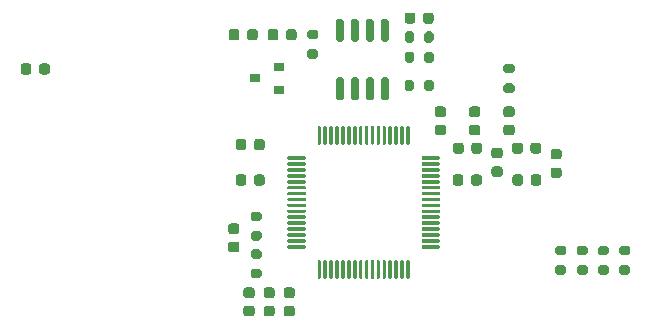
<source format=gbr>
%TF.GenerationSoftware,KiCad,Pcbnew,5.99.0+really5.1.10+dfsg1-1*%
%TF.CreationDate,2021-10-18T01:31:44-04:00*%
%TF.ProjectId,DebugDongle,44656275-6744-46f6-9e67-6c652e6b6963,rev?*%
%TF.SameCoordinates,Original*%
%TF.FileFunction,Paste,Top*%
%TF.FilePolarity,Positive*%
%FSLAX46Y46*%
G04 Gerber Fmt 4.6, Leading zero omitted, Abs format (unit mm)*
G04 Created by KiCad (PCBNEW 5.99.0+really5.1.10+dfsg1-1) date 2021-10-18 01:31:44*
%MOMM*%
%LPD*%
G01*
G04 APERTURE LIST*
%ADD10R,0.900000X0.800000*%
G04 APERTURE END LIST*
%TO.C,U3*%
G36*
G01*
X156245000Y-69400000D02*
X155945000Y-69400000D01*
G75*
G02*
X155795000Y-69250000I0J150000D01*
G01*
X155795000Y-67600000D01*
G75*
G02*
X155945000Y-67450000I150000J0D01*
G01*
X156245000Y-67450000D01*
G75*
G02*
X156395000Y-67600000I0J-150000D01*
G01*
X156395000Y-69250000D01*
G75*
G02*
X156245000Y-69400000I-150000J0D01*
G01*
G37*
G36*
G01*
X157515000Y-69400000D02*
X157215000Y-69400000D01*
G75*
G02*
X157065000Y-69250000I0J150000D01*
G01*
X157065000Y-67600000D01*
G75*
G02*
X157215000Y-67450000I150000J0D01*
G01*
X157515000Y-67450000D01*
G75*
G02*
X157665000Y-67600000I0J-150000D01*
G01*
X157665000Y-69250000D01*
G75*
G02*
X157515000Y-69400000I-150000J0D01*
G01*
G37*
G36*
G01*
X158785000Y-69400000D02*
X158485000Y-69400000D01*
G75*
G02*
X158335000Y-69250000I0J150000D01*
G01*
X158335000Y-67600000D01*
G75*
G02*
X158485000Y-67450000I150000J0D01*
G01*
X158785000Y-67450000D01*
G75*
G02*
X158935000Y-67600000I0J-150000D01*
G01*
X158935000Y-69250000D01*
G75*
G02*
X158785000Y-69400000I-150000J0D01*
G01*
G37*
G36*
G01*
X160055000Y-69400000D02*
X159755000Y-69400000D01*
G75*
G02*
X159605000Y-69250000I0J150000D01*
G01*
X159605000Y-67600000D01*
G75*
G02*
X159755000Y-67450000I150000J0D01*
G01*
X160055000Y-67450000D01*
G75*
G02*
X160205000Y-67600000I0J-150000D01*
G01*
X160205000Y-69250000D01*
G75*
G02*
X160055000Y-69400000I-150000J0D01*
G01*
G37*
G36*
G01*
X160055000Y-74350000D02*
X159755000Y-74350000D01*
G75*
G02*
X159605000Y-74200000I0J150000D01*
G01*
X159605000Y-72550000D01*
G75*
G02*
X159755000Y-72400000I150000J0D01*
G01*
X160055000Y-72400000D01*
G75*
G02*
X160205000Y-72550000I0J-150000D01*
G01*
X160205000Y-74200000D01*
G75*
G02*
X160055000Y-74350000I-150000J0D01*
G01*
G37*
G36*
G01*
X158785000Y-74350000D02*
X158485000Y-74350000D01*
G75*
G02*
X158335000Y-74200000I0J150000D01*
G01*
X158335000Y-72550000D01*
G75*
G02*
X158485000Y-72400000I150000J0D01*
G01*
X158785000Y-72400000D01*
G75*
G02*
X158935000Y-72550000I0J-150000D01*
G01*
X158935000Y-74200000D01*
G75*
G02*
X158785000Y-74350000I-150000J0D01*
G01*
G37*
G36*
G01*
X157515000Y-74350000D02*
X157215000Y-74350000D01*
G75*
G02*
X157065000Y-74200000I0J150000D01*
G01*
X157065000Y-72550000D01*
G75*
G02*
X157215000Y-72400000I150000J0D01*
G01*
X157515000Y-72400000D01*
G75*
G02*
X157665000Y-72550000I0J-150000D01*
G01*
X157665000Y-74200000D01*
G75*
G02*
X157515000Y-74350000I-150000J0D01*
G01*
G37*
G36*
G01*
X156245000Y-74350000D02*
X155945000Y-74350000D01*
G75*
G02*
X155795000Y-74200000I0J150000D01*
G01*
X155795000Y-72550000D01*
G75*
G02*
X155945000Y-72400000I150000J0D01*
G01*
X156245000Y-72400000D01*
G75*
G02*
X156395000Y-72550000I0J-150000D01*
G01*
X156395000Y-74200000D01*
G75*
G02*
X156245000Y-74350000I-150000J0D01*
G01*
G37*
%TD*%
D10*
%TO.C,U2*%
X148900000Y-72500000D03*
X150900000Y-71550000D03*
X150900000Y-73450000D03*
%TD*%
%TO.C,U1*%
G36*
G01*
X154200000Y-78025000D02*
X154200000Y-76625000D01*
G75*
G02*
X154275000Y-76550000I75000J0D01*
G01*
X154425000Y-76550000D01*
G75*
G02*
X154500000Y-76625000I0J-75000D01*
G01*
X154500000Y-78025000D01*
G75*
G02*
X154425000Y-78100000I-75000J0D01*
G01*
X154275000Y-78100000D01*
G75*
G02*
X154200000Y-78025000I0J75000D01*
G01*
G37*
G36*
G01*
X154700000Y-78025000D02*
X154700000Y-76625000D01*
G75*
G02*
X154775000Y-76550000I75000J0D01*
G01*
X154925000Y-76550000D01*
G75*
G02*
X155000000Y-76625000I0J-75000D01*
G01*
X155000000Y-78025000D01*
G75*
G02*
X154925000Y-78100000I-75000J0D01*
G01*
X154775000Y-78100000D01*
G75*
G02*
X154700000Y-78025000I0J75000D01*
G01*
G37*
G36*
G01*
X155200000Y-78025000D02*
X155200000Y-76625000D01*
G75*
G02*
X155275000Y-76550000I75000J0D01*
G01*
X155425000Y-76550000D01*
G75*
G02*
X155500000Y-76625000I0J-75000D01*
G01*
X155500000Y-78025000D01*
G75*
G02*
X155425000Y-78100000I-75000J0D01*
G01*
X155275000Y-78100000D01*
G75*
G02*
X155200000Y-78025000I0J75000D01*
G01*
G37*
G36*
G01*
X155700000Y-78025000D02*
X155700000Y-76625000D01*
G75*
G02*
X155775000Y-76550000I75000J0D01*
G01*
X155925000Y-76550000D01*
G75*
G02*
X156000000Y-76625000I0J-75000D01*
G01*
X156000000Y-78025000D01*
G75*
G02*
X155925000Y-78100000I-75000J0D01*
G01*
X155775000Y-78100000D01*
G75*
G02*
X155700000Y-78025000I0J75000D01*
G01*
G37*
G36*
G01*
X156200000Y-78025000D02*
X156200000Y-76625000D01*
G75*
G02*
X156275000Y-76550000I75000J0D01*
G01*
X156425000Y-76550000D01*
G75*
G02*
X156500000Y-76625000I0J-75000D01*
G01*
X156500000Y-78025000D01*
G75*
G02*
X156425000Y-78100000I-75000J0D01*
G01*
X156275000Y-78100000D01*
G75*
G02*
X156200000Y-78025000I0J75000D01*
G01*
G37*
G36*
G01*
X156700000Y-78025000D02*
X156700000Y-76625000D01*
G75*
G02*
X156775000Y-76550000I75000J0D01*
G01*
X156925000Y-76550000D01*
G75*
G02*
X157000000Y-76625000I0J-75000D01*
G01*
X157000000Y-78025000D01*
G75*
G02*
X156925000Y-78100000I-75000J0D01*
G01*
X156775000Y-78100000D01*
G75*
G02*
X156700000Y-78025000I0J75000D01*
G01*
G37*
G36*
G01*
X157200000Y-78025000D02*
X157200000Y-76625000D01*
G75*
G02*
X157275000Y-76550000I75000J0D01*
G01*
X157425000Y-76550000D01*
G75*
G02*
X157500000Y-76625000I0J-75000D01*
G01*
X157500000Y-78025000D01*
G75*
G02*
X157425000Y-78100000I-75000J0D01*
G01*
X157275000Y-78100000D01*
G75*
G02*
X157200000Y-78025000I0J75000D01*
G01*
G37*
G36*
G01*
X157700000Y-78025000D02*
X157700000Y-76625000D01*
G75*
G02*
X157775000Y-76550000I75000J0D01*
G01*
X157925000Y-76550000D01*
G75*
G02*
X158000000Y-76625000I0J-75000D01*
G01*
X158000000Y-78025000D01*
G75*
G02*
X157925000Y-78100000I-75000J0D01*
G01*
X157775000Y-78100000D01*
G75*
G02*
X157700000Y-78025000I0J75000D01*
G01*
G37*
G36*
G01*
X158200000Y-78025000D02*
X158200000Y-76625000D01*
G75*
G02*
X158275000Y-76550000I75000J0D01*
G01*
X158425000Y-76550000D01*
G75*
G02*
X158500000Y-76625000I0J-75000D01*
G01*
X158500000Y-78025000D01*
G75*
G02*
X158425000Y-78100000I-75000J0D01*
G01*
X158275000Y-78100000D01*
G75*
G02*
X158200000Y-78025000I0J75000D01*
G01*
G37*
G36*
G01*
X158700000Y-78025000D02*
X158700000Y-76625000D01*
G75*
G02*
X158775000Y-76550000I75000J0D01*
G01*
X158925000Y-76550000D01*
G75*
G02*
X159000000Y-76625000I0J-75000D01*
G01*
X159000000Y-78025000D01*
G75*
G02*
X158925000Y-78100000I-75000J0D01*
G01*
X158775000Y-78100000D01*
G75*
G02*
X158700000Y-78025000I0J75000D01*
G01*
G37*
G36*
G01*
X159200000Y-78025000D02*
X159200000Y-76625000D01*
G75*
G02*
X159275000Y-76550000I75000J0D01*
G01*
X159425000Y-76550000D01*
G75*
G02*
X159500000Y-76625000I0J-75000D01*
G01*
X159500000Y-78025000D01*
G75*
G02*
X159425000Y-78100000I-75000J0D01*
G01*
X159275000Y-78100000D01*
G75*
G02*
X159200000Y-78025000I0J75000D01*
G01*
G37*
G36*
G01*
X159700000Y-78025000D02*
X159700000Y-76625000D01*
G75*
G02*
X159775000Y-76550000I75000J0D01*
G01*
X159925000Y-76550000D01*
G75*
G02*
X160000000Y-76625000I0J-75000D01*
G01*
X160000000Y-78025000D01*
G75*
G02*
X159925000Y-78100000I-75000J0D01*
G01*
X159775000Y-78100000D01*
G75*
G02*
X159700000Y-78025000I0J75000D01*
G01*
G37*
G36*
G01*
X160200000Y-78025000D02*
X160200000Y-76625000D01*
G75*
G02*
X160275000Y-76550000I75000J0D01*
G01*
X160425000Y-76550000D01*
G75*
G02*
X160500000Y-76625000I0J-75000D01*
G01*
X160500000Y-78025000D01*
G75*
G02*
X160425000Y-78100000I-75000J0D01*
G01*
X160275000Y-78100000D01*
G75*
G02*
X160200000Y-78025000I0J75000D01*
G01*
G37*
G36*
G01*
X160700000Y-78025000D02*
X160700000Y-76625000D01*
G75*
G02*
X160775000Y-76550000I75000J0D01*
G01*
X160925000Y-76550000D01*
G75*
G02*
X161000000Y-76625000I0J-75000D01*
G01*
X161000000Y-78025000D01*
G75*
G02*
X160925000Y-78100000I-75000J0D01*
G01*
X160775000Y-78100000D01*
G75*
G02*
X160700000Y-78025000I0J75000D01*
G01*
G37*
G36*
G01*
X161200000Y-78025000D02*
X161200000Y-76625000D01*
G75*
G02*
X161275000Y-76550000I75000J0D01*
G01*
X161425000Y-76550000D01*
G75*
G02*
X161500000Y-76625000I0J-75000D01*
G01*
X161500000Y-78025000D01*
G75*
G02*
X161425000Y-78100000I-75000J0D01*
G01*
X161275000Y-78100000D01*
G75*
G02*
X161200000Y-78025000I0J75000D01*
G01*
G37*
G36*
G01*
X161700000Y-78025000D02*
X161700000Y-76625000D01*
G75*
G02*
X161775000Y-76550000I75000J0D01*
G01*
X161925000Y-76550000D01*
G75*
G02*
X162000000Y-76625000I0J-75000D01*
G01*
X162000000Y-78025000D01*
G75*
G02*
X161925000Y-78100000I-75000J0D01*
G01*
X161775000Y-78100000D01*
G75*
G02*
X161700000Y-78025000I0J75000D01*
G01*
G37*
G36*
G01*
X163000000Y-79325000D02*
X163000000Y-79175000D01*
G75*
G02*
X163075000Y-79100000I75000J0D01*
G01*
X164475000Y-79100000D01*
G75*
G02*
X164550000Y-79175000I0J-75000D01*
G01*
X164550000Y-79325000D01*
G75*
G02*
X164475000Y-79400000I-75000J0D01*
G01*
X163075000Y-79400000D01*
G75*
G02*
X163000000Y-79325000I0J75000D01*
G01*
G37*
G36*
G01*
X163000000Y-79825000D02*
X163000000Y-79675000D01*
G75*
G02*
X163075000Y-79600000I75000J0D01*
G01*
X164475000Y-79600000D01*
G75*
G02*
X164550000Y-79675000I0J-75000D01*
G01*
X164550000Y-79825000D01*
G75*
G02*
X164475000Y-79900000I-75000J0D01*
G01*
X163075000Y-79900000D01*
G75*
G02*
X163000000Y-79825000I0J75000D01*
G01*
G37*
G36*
G01*
X163000000Y-80325000D02*
X163000000Y-80175000D01*
G75*
G02*
X163075000Y-80100000I75000J0D01*
G01*
X164475000Y-80100000D01*
G75*
G02*
X164550000Y-80175000I0J-75000D01*
G01*
X164550000Y-80325000D01*
G75*
G02*
X164475000Y-80400000I-75000J0D01*
G01*
X163075000Y-80400000D01*
G75*
G02*
X163000000Y-80325000I0J75000D01*
G01*
G37*
G36*
G01*
X163000000Y-80825000D02*
X163000000Y-80675000D01*
G75*
G02*
X163075000Y-80600000I75000J0D01*
G01*
X164475000Y-80600000D01*
G75*
G02*
X164550000Y-80675000I0J-75000D01*
G01*
X164550000Y-80825000D01*
G75*
G02*
X164475000Y-80900000I-75000J0D01*
G01*
X163075000Y-80900000D01*
G75*
G02*
X163000000Y-80825000I0J75000D01*
G01*
G37*
G36*
G01*
X163000000Y-81325000D02*
X163000000Y-81175000D01*
G75*
G02*
X163075000Y-81100000I75000J0D01*
G01*
X164475000Y-81100000D01*
G75*
G02*
X164550000Y-81175000I0J-75000D01*
G01*
X164550000Y-81325000D01*
G75*
G02*
X164475000Y-81400000I-75000J0D01*
G01*
X163075000Y-81400000D01*
G75*
G02*
X163000000Y-81325000I0J75000D01*
G01*
G37*
G36*
G01*
X163000000Y-81825000D02*
X163000000Y-81675000D01*
G75*
G02*
X163075000Y-81600000I75000J0D01*
G01*
X164475000Y-81600000D01*
G75*
G02*
X164550000Y-81675000I0J-75000D01*
G01*
X164550000Y-81825000D01*
G75*
G02*
X164475000Y-81900000I-75000J0D01*
G01*
X163075000Y-81900000D01*
G75*
G02*
X163000000Y-81825000I0J75000D01*
G01*
G37*
G36*
G01*
X163000000Y-82325000D02*
X163000000Y-82175000D01*
G75*
G02*
X163075000Y-82100000I75000J0D01*
G01*
X164475000Y-82100000D01*
G75*
G02*
X164550000Y-82175000I0J-75000D01*
G01*
X164550000Y-82325000D01*
G75*
G02*
X164475000Y-82400000I-75000J0D01*
G01*
X163075000Y-82400000D01*
G75*
G02*
X163000000Y-82325000I0J75000D01*
G01*
G37*
G36*
G01*
X163000000Y-82825000D02*
X163000000Y-82675000D01*
G75*
G02*
X163075000Y-82600000I75000J0D01*
G01*
X164475000Y-82600000D01*
G75*
G02*
X164550000Y-82675000I0J-75000D01*
G01*
X164550000Y-82825000D01*
G75*
G02*
X164475000Y-82900000I-75000J0D01*
G01*
X163075000Y-82900000D01*
G75*
G02*
X163000000Y-82825000I0J75000D01*
G01*
G37*
G36*
G01*
X163000000Y-83325000D02*
X163000000Y-83175000D01*
G75*
G02*
X163075000Y-83100000I75000J0D01*
G01*
X164475000Y-83100000D01*
G75*
G02*
X164550000Y-83175000I0J-75000D01*
G01*
X164550000Y-83325000D01*
G75*
G02*
X164475000Y-83400000I-75000J0D01*
G01*
X163075000Y-83400000D01*
G75*
G02*
X163000000Y-83325000I0J75000D01*
G01*
G37*
G36*
G01*
X163000000Y-83825000D02*
X163000000Y-83675000D01*
G75*
G02*
X163075000Y-83600000I75000J0D01*
G01*
X164475000Y-83600000D01*
G75*
G02*
X164550000Y-83675000I0J-75000D01*
G01*
X164550000Y-83825000D01*
G75*
G02*
X164475000Y-83900000I-75000J0D01*
G01*
X163075000Y-83900000D01*
G75*
G02*
X163000000Y-83825000I0J75000D01*
G01*
G37*
G36*
G01*
X163000000Y-84325000D02*
X163000000Y-84175000D01*
G75*
G02*
X163075000Y-84100000I75000J0D01*
G01*
X164475000Y-84100000D01*
G75*
G02*
X164550000Y-84175000I0J-75000D01*
G01*
X164550000Y-84325000D01*
G75*
G02*
X164475000Y-84400000I-75000J0D01*
G01*
X163075000Y-84400000D01*
G75*
G02*
X163000000Y-84325000I0J75000D01*
G01*
G37*
G36*
G01*
X163000000Y-84825000D02*
X163000000Y-84675000D01*
G75*
G02*
X163075000Y-84600000I75000J0D01*
G01*
X164475000Y-84600000D01*
G75*
G02*
X164550000Y-84675000I0J-75000D01*
G01*
X164550000Y-84825000D01*
G75*
G02*
X164475000Y-84900000I-75000J0D01*
G01*
X163075000Y-84900000D01*
G75*
G02*
X163000000Y-84825000I0J75000D01*
G01*
G37*
G36*
G01*
X163000000Y-85325000D02*
X163000000Y-85175000D01*
G75*
G02*
X163075000Y-85100000I75000J0D01*
G01*
X164475000Y-85100000D01*
G75*
G02*
X164550000Y-85175000I0J-75000D01*
G01*
X164550000Y-85325000D01*
G75*
G02*
X164475000Y-85400000I-75000J0D01*
G01*
X163075000Y-85400000D01*
G75*
G02*
X163000000Y-85325000I0J75000D01*
G01*
G37*
G36*
G01*
X163000000Y-85825000D02*
X163000000Y-85675000D01*
G75*
G02*
X163075000Y-85600000I75000J0D01*
G01*
X164475000Y-85600000D01*
G75*
G02*
X164550000Y-85675000I0J-75000D01*
G01*
X164550000Y-85825000D01*
G75*
G02*
X164475000Y-85900000I-75000J0D01*
G01*
X163075000Y-85900000D01*
G75*
G02*
X163000000Y-85825000I0J75000D01*
G01*
G37*
G36*
G01*
X163000000Y-86325000D02*
X163000000Y-86175000D01*
G75*
G02*
X163075000Y-86100000I75000J0D01*
G01*
X164475000Y-86100000D01*
G75*
G02*
X164550000Y-86175000I0J-75000D01*
G01*
X164550000Y-86325000D01*
G75*
G02*
X164475000Y-86400000I-75000J0D01*
G01*
X163075000Y-86400000D01*
G75*
G02*
X163000000Y-86325000I0J75000D01*
G01*
G37*
G36*
G01*
X163000000Y-86825000D02*
X163000000Y-86675000D01*
G75*
G02*
X163075000Y-86600000I75000J0D01*
G01*
X164475000Y-86600000D01*
G75*
G02*
X164550000Y-86675000I0J-75000D01*
G01*
X164550000Y-86825000D01*
G75*
G02*
X164475000Y-86900000I-75000J0D01*
G01*
X163075000Y-86900000D01*
G75*
G02*
X163000000Y-86825000I0J75000D01*
G01*
G37*
G36*
G01*
X161700000Y-89375000D02*
X161700000Y-87975000D01*
G75*
G02*
X161775000Y-87900000I75000J0D01*
G01*
X161925000Y-87900000D01*
G75*
G02*
X162000000Y-87975000I0J-75000D01*
G01*
X162000000Y-89375000D01*
G75*
G02*
X161925000Y-89450000I-75000J0D01*
G01*
X161775000Y-89450000D01*
G75*
G02*
X161700000Y-89375000I0J75000D01*
G01*
G37*
G36*
G01*
X161200000Y-89375000D02*
X161200000Y-87975000D01*
G75*
G02*
X161275000Y-87900000I75000J0D01*
G01*
X161425000Y-87900000D01*
G75*
G02*
X161500000Y-87975000I0J-75000D01*
G01*
X161500000Y-89375000D01*
G75*
G02*
X161425000Y-89450000I-75000J0D01*
G01*
X161275000Y-89450000D01*
G75*
G02*
X161200000Y-89375000I0J75000D01*
G01*
G37*
G36*
G01*
X160700000Y-89375000D02*
X160700000Y-87975000D01*
G75*
G02*
X160775000Y-87900000I75000J0D01*
G01*
X160925000Y-87900000D01*
G75*
G02*
X161000000Y-87975000I0J-75000D01*
G01*
X161000000Y-89375000D01*
G75*
G02*
X160925000Y-89450000I-75000J0D01*
G01*
X160775000Y-89450000D01*
G75*
G02*
X160700000Y-89375000I0J75000D01*
G01*
G37*
G36*
G01*
X160200000Y-89375000D02*
X160200000Y-87975000D01*
G75*
G02*
X160275000Y-87900000I75000J0D01*
G01*
X160425000Y-87900000D01*
G75*
G02*
X160500000Y-87975000I0J-75000D01*
G01*
X160500000Y-89375000D01*
G75*
G02*
X160425000Y-89450000I-75000J0D01*
G01*
X160275000Y-89450000D01*
G75*
G02*
X160200000Y-89375000I0J75000D01*
G01*
G37*
G36*
G01*
X159700000Y-89375000D02*
X159700000Y-87975000D01*
G75*
G02*
X159775000Y-87900000I75000J0D01*
G01*
X159925000Y-87900000D01*
G75*
G02*
X160000000Y-87975000I0J-75000D01*
G01*
X160000000Y-89375000D01*
G75*
G02*
X159925000Y-89450000I-75000J0D01*
G01*
X159775000Y-89450000D01*
G75*
G02*
X159700000Y-89375000I0J75000D01*
G01*
G37*
G36*
G01*
X159200000Y-89375000D02*
X159200000Y-87975000D01*
G75*
G02*
X159275000Y-87900000I75000J0D01*
G01*
X159425000Y-87900000D01*
G75*
G02*
X159500000Y-87975000I0J-75000D01*
G01*
X159500000Y-89375000D01*
G75*
G02*
X159425000Y-89450000I-75000J0D01*
G01*
X159275000Y-89450000D01*
G75*
G02*
X159200000Y-89375000I0J75000D01*
G01*
G37*
G36*
G01*
X158700000Y-89375000D02*
X158700000Y-87975000D01*
G75*
G02*
X158775000Y-87900000I75000J0D01*
G01*
X158925000Y-87900000D01*
G75*
G02*
X159000000Y-87975000I0J-75000D01*
G01*
X159000000Y-89375000D01*
G75*
G02*
X158925000Y-89450000I-75000J0D01*
G01*
X158775000Y-89450000D01*
G75*
G02*
X158700000Y-89375000I0J75000D01*
G01*
G37*
G36*
G01*
X158200000Y-89375000D02*
X158200000Y-87975000D01*
G75*
G02*
X158275000Y-87900000I75000J0D01*
G01*
X158425000Y-87900000D01*
G75*
G02*
X158500000Y-87975000I0J-75000D01*
G01*
X158500000Y-89375000D01*
G75*
G02*
X158425000Y-89450000I-75000J0D01*
G01*
X158275000Y-89450000D01*
G75*
G02*
X158200000Y-89375000I0J75000D01*
G01*
G37*
G36*
G01*
X157700000Y-89375000D02*
X157700000Y-87975000D01*
G75*
G02*
X157775000Y-87900000I75000J0D01*
G01*
X157925000Y-87900000D01*
G75*
G02*
X158000000Y-87975000I0J-75000D01*
G01*
X158000000Y-89375000D01*
G75*
G02*
X157925000Y-89450000I-75000J0D01*
G01*
X157775000Y-89450000D01*
G75*
G02*
X157700000Y-89375000I0J75000D01*
G01*
G37*
G36*
G01*
X157200000Y-89375000D02*
X157200000Y-87975000D01*
G75*
G02*
X157275000Y-87900000I75000J0D01*
G01*
X157425000Y-87900000D01*
G75*
G02*
X157500000Y-87975000I0J-75000D01*
G01*
X157500000Y-89375000D01*
G75*
G02*
X157425000Y-89450000I-75000J0D01*
G01*
X157275000Y-89450000D01*
G75*
G02*
X157200000Y-89375000I0J75000D01*
G01*
G37*
G36*
G01*
X156700000Y-89375000D02*
X156700000Y-87975000D01*
G75*
G02*
X156775000Y-87900000I75000J0D01*
G01*
X156925000Y-87900000D01*
G75*
G02*
X157000000Y-87975000I0J-75000D01*
G01*
X157000000Y-89375000D01*
G75*
G02*
X156925000Y-89450000I-75000J0D01*
G01*
X156775000Y-89450000D01*
G75*
G02*
X156700000Y-89375000I0J75000D01*
G01*
G37*
G36*
G01*
X156200000Y-89375000D02*
X156200000Y-87975000D01*
G75*
G02*
X156275000Y-87900000I75000J0D01*
G01*
X156425000Y-87900000D01*
G75*
G02*
X156500000Y-87975000I0J-75000D01*
G01*
X156500000Y-89375000D01*
G75*
G02*
X156425000Y-89450000I-75000J0D01*
G01*
X156275000Y-89450000D01*
G75*
G02*
X156200000Y-89375000I0J75000D01*
G01*
G37*
G36*
G01*
X155700000Y-89375000D02*
X155700000Y-87975000D01*
G75*
G02*
X155775000Y-87900000I75000J0D01*
G01*
X155925000Y-87900000D01*
G75*
G02*
X156000000Y-87975000I0J-75000D01*
G01*
X156000000Y-89375000D01*
G75*
G02*
X155925000Y-89450000I-75000J0D01*
G01*
X155775000Y-89450000D01*
G75*
G02*
X155700000Y-89375000I0J75000D01*
G01*
G37*
G36*
G01*
X155200000Y-89375000D02*
X155200000Y-87975000D01*
G75*
G02*
X155275000Y-87900000I75000J0D01*
G01*
X155425000Y-87900000D01*
G75*
G02*
X155500000Y-87975000I0J-75000D01*
G01*
X155500000Y-89375000D01*
G75*
G02*
X155425000Y-89450000I-75000J0D01*
G01*
X155275000Y-89450000D01*
G75*
G02*
X155200000Y-89375000I0J75000D01*
G01*
G37*
G36*
G01*
X154700000Y-89375000D02*
X154700000Y-87975000D01*
G75*
G02*
X154775000Y-87900000I75000J0D01*
G01*
X154925000Y-87900000D01*
G75*
G02*
X155000000Y-87975000I0J-75000D01*
G01*
X155000000Y-89375000D01*
G75*
G02*
X154925000Y-89450000I-75000J0D01*
G01*
X154775000Y-89450000D01*
G75*
G02*
X154700000Y-89375000I0J75000D01*
G01*
G37*
G36*
G01*
X154200000Y-89375000D02*
X154200000Y-87975000D01*
G75*
G02*
X154275000Y-87900000I75000J0D01*
G01*
X154425000Y-87900000D01*
G75*
G02*
X154500000Y-87975000I0J-75000D01*
G01*
X154500000Y-89375000D01*
G75*
G02*
X154425000Y-89450000I-75000J0D01*
G01*
X154275000Y-89450000D01*
G75*
G02*
X154200000Y-89375000I0J75000D01*
G01*
G37*
G36*
G01*
X151650000Y-86825000D02*
X151650000Y-86675000D01*
G75*
G02*
X151725000Y-86600000I75000J0D01*
G01*
X153125000Y-86600000D01*
G75*
G02*
X153200000Y-86675000I0J-75000D01*
G01*
X153200000Y-86825000D01*
G75*
G02*
X153125000Y-86900000I-75000J0D01*
G01*
X151725000Y-86900000D01*
G75*
G02*
X151650000Y-86825000I0J75000D01*
G01*
G37*
G36*
G01*
X151650000Y-86325000D02*
X151650000Y-86175000D01*
G75*
G02*
X151725000Y-86100000I75000J0D01*
G01*
X153125000Y-86100000D01*
G75*
G02*
X153200000Y-86175000I0J-75000D01*
G01*
X153200000Y-86325000D01*
G75*
G02*
X153125000Y-86400000I-75000J0D01*
G01*
X151725000Y-86400000D01*
G75*
G02*
X151650000Y-86325000I0J75000D01*
G01*
G37*
G36*
G01*
X151650000Y-85825000D02*
X151650000Y-85675000D01*
G75*
G02*
X151725000Y-85600000I75000J0D01*
G01*
X153125000Y-85600000D01*
G75*
G02*
X153200000Y-85675000I0J-75000D01*
G01*
X153200000Y-85825000D01*
G75*
G02*
X153125000Y-85900000I-75000J0D01*
G01*
X151725000Y-85900000D01*
G75*
G02*
X151650000Y-85825000I0J75000D01*
G01*
G37*
G36*
G01*
X151650000Y-85325000D02*
X151650000Y-85175000D01*
G75*
G02*
X151725000Y-85100000I75000J0D01*
G01*
X153125000Y-85100000D01*
G75*
G02*
X153200000Y-85175000I0J-75000D01*
G01*
X153200000Y-85325000D01*
G75*
G02*
X153125000Y-85400000I-75000J0D01*
G01*
X151725000Y-85400000D01*
G75*
G02*
X151650000Y-85325000I0J75000D01*
G01*
G37*
G36*
G01*
X151650000Y-84825000D02*
X151650000Y-84675000D01*
G75*
G02*
X151725000Y-84600000I75000J0D01*
G01*
X153125000Y-84600000D01*
G75*
G02*
X153200000Y-84675000I0J-75000D01*
G01*
X153200000Y-84825000D01*
G75*
G02*
X153125000Y-84900000I-75000J0D01*
G01*
X151725000Y-84900000D01*
G75*
G02*
X151650000Y-84825000I0J75000D01*
G01*
G37*
G36*
G01*
X151650000Y-84325000D02*
X151650000Y-84175000D01*
G75*
G02*
X151725000Y-84100000I75000J0D01*
G01*
X153125000Y-84100000D01*
G75*
G02*
X153200000Y-84175000I0J-75000D01*
G01*
X153200000Y-84325000D01*
G75*
G02*
X153125000Y-84400000I-75000J0D01*
G01*
X151725000Y-84400000D01*
G75*
G02*
X151650000Y-84325000I0J75000D01*
G01*
G37*
G36*
G01*
X151650000Y-83825000D02*
X151650000Y-83675000D01*
G75*
G02*
X151725000Y-83600000I75000J0D01*
G01*
X153125000Y-83600000D01*
G75*
G02*
X153200000Y-83675000I0J-75000D01*
G01*
X153200000Y-83825000D01*
G75*
G02*
X153125000Y-83900000I-75000J0D01*
G01*
X151725000Y-83900000D01*
G75*
G02*
X151650000Y-83825000I0J75000D01*
G01*
G37*
G36*
G01*
X151650000Y-83325000D02*
X151650000Y-83175000D01*
G75*
G02*
X151725000Y-83100000I75000J0D01*
G01*
X153125000Y-83100000D01*
G75*
G02*
X153200000Y-83175000I0J-75000D01*
G01*
X153200000Y-83325000D01*
G75*
G02*
X153125000Y-83400000I-75000J0D01*
G01*
X151725000Y-83400000D01*
G75*
G02*
X151650000Y-83325000I0J75000D01*
G01*
G37*
G36*
G01*
X151650000Y-82825000D02*
X151650000Y-82675000D01*
G75*
G02*
X151725000Y-82600000I75000J0D01*
G01*
X153125000Y-82600000D01*
G75*
G02*
X153200000Y-82675000I0J-75000D01*
G01*
X153200000Y-82825000D01*
G75*
G02*
X153125000Y-82900000I-75000J0D01*
G01*
X151725000Y-82900000D01*
G75*
G02*
X151650000Y-82825000I0J75000D01*
G01*
G37*
G36*
G01*
X151650000Y-82325000D02*
X151650000Y-82175000D01*
G75*
G02*
X151725000Y-82100000I75000J0D01*
G01*
X153125000Y-82100000D01*
G75*
G02*
X153200000Y-82175000I0J-75000D01*
G01*
X153200000Y-82325000D01*
G75*
G02*
X153125000Y-82400000I-75000J0D01*
G01*
X151725000Y-82400000D01*
G75*
G02*
X151650000Y-82325000I0J75000D01*
G01*
G37*
G36*
G01*
X151650000Y-81825000D02*
X151650000Y-81675000D01*
G75*
G02*
X151725000Y-81600000I75000J0D01*
G01*
X153125000Y-81600000D01*
G75*
G02*
X153200000Y-81675000I0J-75000D01*
G01*
X153200000Y-81825000D01*
G75*
G02*
X153125000Y-81900000I-75000J0D01*
G01*
X151725000Y-81900000D01*
G75*
G02*
X151650000Y-81825000I0J75000D01*
G01*
G37*
G36*
G01*
X151650000Y-81325000D02*
X151650000Y-81175000D01*
G75*
G02*
X151725000Y-81100000I75000J0D01*
G01*
X153125000Y-81100000D01*
G75*
G02*
X153200000Y-81175000I0J-75000D01*
G01*
X153200000Y-81325000D01*
G75*
G02*
X153125000Y-81400000I-75000J0D01*
G01*
X151725000Y-81400000D01*
G75*
G02*
X151650000Y-81325000I0J75000D01*
G01*
G37*
G36*
G01*
X151650000Y-80825000D02*
X151650000Y-80675000D01*
G75*
G02*
X151725000Y-80600000I75000J0D01*
G01*
X153125000Y-80600000D01*
G75*
G02*
X153200000Y-80675000I0J-75000D01*
G01*
X153200000Y-80825000D01*
G75*
G02*
X153125000Y-80900000I-75000J0D01*
G01*
X151725000Y-80900000D01*
G75*
G02*
X151650000Y-80825000I0J75000D01*
G01*
G37*
G36*
G01*
X151650000Y-80325000D02*
X151650000Y-80175000D01*
G75*
G02*
X151725000Y-80100000I75000J0D01*
G01*
X153125000Y-80100000D01*
G75*
G02*
X153200000Y-80175000I0J-75000D01*
G01*
X153200000Y-80325000D01*
G75*
G02*
X153125000Y-80400000I-75000J0D01*
G01*
X151725000Y-80400000D01*
G75*
G02*
X151650000Y-80325000I0J75000D01*
G01*
G37*
G36*
G01*
X151650000Y-79825000D02*
X151650000Y-79675000D01*
G75*
G02*
X151725000Y-79600000I75000J0D01*
G01*
X153125000Y-79600000D01*
G75*
G02*
X153200000Y-79675000I0J-75000D01*
G01*
X153200000Y-79825000D01*
G75*
G02*
X153125000Y-79900000I-75000J0D01*
G01*
X151725000Y-79900000D01*
G75*
G02*
X151650000Y-79825000I0J75000D01*
G01*
G37*
G36*
G01*
X151650000Y-79325000D02*
X151650000Y-79175000D01*
G75*
G02*
X151725000Y-79100000I75000J0D01*
G01*
X153125000Y-79100000D01*
G75*
G02*
X153200000Y-79175000I0J-75000D01*
G01*
X153200000Y-79325000D01*
G75*
G02*
X153125000Y-79400000I-75000J0D01*
G01*
X151725000Y-79400000D01*
G75*
G02*
X151650000Y-79325000I0J75000D01*
G01*
G37*
%TD*%
%TO.C,R11*%
G36*
G01*
X162375000Y-72825000D02*
X162375000Y-73375000D01*
G75*
G02*
X162175000Y-73575000I-200000J0D01*
G01*
X161775000Y-73575000D01*
G75*
G02*
X161575000Y-73375000I0J200000D01*
G01*
X161575000Y-72825000D01*
G75*
G02*
X161775000Y-72625000I200000J0D01*
G01*
X162175000Y-72625000D01*
G75*
G02*
X162375000Y-72825000I0J-200000D01*
G01*
G37*
G36*
G01*
X164025000Y-72825000D02*
X164025000Y-73375000D01*
G75*
G02*
X163825000Y-73575000I-200000J0D01*
G01*
X163425000Y-73575000D01*
G75*
G02*
X163225000Y-73375000I0J200000D01*
G01*
X163225000Y-72825000D01*
G75*
G02*
X163425000Y-72625000I200000J0D01*
G01*
X163825000Y-72625000D01*
G75*
G02*
X164025000Y-72825000I0J-200000D01*
G01*
G37*
%TD*%
%TO.C,R10*%
G36*
G01*
X163225000Y-69275000D02*
X163225000Y-68725000D01*
G75*
G02*
X163425000Y-68525000I200000J0D01*
G01*
X163825000Y-68525000D01*
G75*
G02*
X164025000Y-68725000I0J-200000D01*
G01*
X164025000Y-69275000D01*
G75*
G02*
X163825000Y-69475000I-200000J0D01*
G01*
X163425000Y-69475000D01*
G75*
G02*
X163225000Y-69275000I0J200000D01*
G01*
G37*
G36*
G01*
X161575000Y-69275000D02*
X161575000Y-68725000D01*
G75*
G02*
X161775000Y-68525000I200000J0D01*
G01*
X162175000Y-68525000D01*
G75*
G02*
X162375000Y-68725000I0J-200000D01*
G01*
X162375000Y-69275000D01*
G75*
G02*
X162175000Y-69475000I-200000J0D01*
G01*
X161775000Y-69475000D01*
G75*
G02*
X161575000Y-69275000I0J200000D01*
G01*
G37*
%TD*%
%TO.C,R9*%
G36*
G01*
X153525000Y-70025000D02*
X154075000Y-70025000D01*
G75*
G02*
X154275000Y-70225000I0J-200000D01*
G01*
X154275000Y-70625000D01*
G75*
G02*
X154075000Y-70825000I-200000J0D01*
G01*
X153525000Y-70825000D01*
G75*
G02*
X153325000Y-70625000I0J200000D01*
G01*
X153325000Y-70225000D01*
G75*
G02*
X153525000Y-70025000I200000J0D01*
G01*
G37*
G36*
G01*
X153525000Y-68375000D02*
X154075000Y-68375000D01*
G75*
G02*
X154275000Y-68575000I0J-200000D01*
G01*
X154275000Y-68975000D01*
G75*
G02*
X154075000Y-69175000I-200000J0D01*
G01*
X153525000Y-69175000D01*
G75*
G02*
X153325000Y-68975000I0J200000D01*
G01*
X153325000Y-68575000D01*
G75*
G02*
X153525000Y-68375000I200000J0D01*
G01*
G37*
%TD*%
%TO.C,R8*%
G36*
G01*
X163225000Y-70975000D02*
X163225000Y-70425000D01*
G75*
G02*
X163425000Y-70225000I200000J0D01*
G01*
X163825000Y-70225000D01*
G75*
G02*
X164025000Y-70425000I0J-200000D01*
G01*
X164025000Y-70975000D01*
G75*
G02*
X163825000Y-71175000I-200000J0D01*
G01*
X163425000Y-71175000D01*
G75*
G02*
X163225000Y-70975000I0J200000D01*
G01*
G37*
G36*
G01*
X161575000Y-70975000D02*
X161575000Y-70425000D01*
G75*
G02*
X161775000Y-70225000I200000J0D01*
G01*
X162175000Y-70225000D01*
G75*
G02*
X162375000Y-70425000I0J-200000D01*
G01*
X162375000Y-70975000D01*
G75*
G02*
X162175000Y-71175000I-200000J0D01*
G01*
X161775000Y-71175000D01*
G75*
G02*
X161575000Y-70975000I0J200000D01*
G01*
G37*
%TD*%
%TO.C,R7*%
G36*
G01*
X148725000Y-88625000D02*
X149275000Y-88625000D01*
G75*
G02*
X149475000Y-88825000I0J-200000D01*
G01*
X149475000Y-89225000D01*
G75*
G02*
X149275000Y-89425000I-200000J0D01*
G01*
X148725000Y-89425000D01*
G75*
G02*
X148525000Y-89225000I0J200000D01*
G01*
X148525000Y-88825000D01*
G75*
G02*
X148725000Y-88625000I200000J0D01*
G01*
G37*
G36*
G01*
X148725000Y-86975000D02*
X149275000Y-86975000D01*
G75*
G02*
X149475000Y-87175000I0J-200000D01*
G01*
X149475000Y-87575000D01*
G75*
G02*
X149275000Y-87775000I-200000J0D01*
G01*
X148725000Y-87775000D01*
G75*
G02*
X148525000Y-87575000I0J200000D01*
G01*
X148525000Y-87175000D01*
G75*
G02*
X148725000Y-86975000I200000J0D01*
G01*
G37*
%TD*%
%TO.C,R6*%
G36*
G01*
X148725000Y-85425000D02*
X149275000Y-85425000D01*
G75*
G02*
X149475000Y-85625000I0J-200000D01*
G01*
X149475000Y-86025000D01*
G75*
G02*
X149275000Y-86225000I-200000J0D01*
G01*
X148725000Y-86225000D01*
G75*
G02*
X148525000Y-86025000I0J200000D01*
G01*
X148525000Y-85625000D01*
G75*
G02*
X148725000Y-85425000I200000J0D01*
G01*
G37*
G36*
G01*
X148725000Y-83775000D02*
X149275000Y-83775000D01*
G75*
G02*
X149475000Y-83975000I0J-200000D01*
G01*
X149475000Y-84375000D01*
G75*
G02*
X149275000Y-84575000I-200000J0D01*
G01*
X148725000Y-84575000D01*
G75*
G02*
X148525000Y-84375000I0J200000D01*
G01*
X148525000Y-83975000D01*
G75*
G02*
X148725000Y-83775000I200000J0D01*
G01*
G37*
%TD*%
%TO.C,R5*%
G36*
G01*
X170675000Y-72075000D02*
X170125000Y-72075000D01*
G75*
G02*
X169925000Y-71875000I0J200000D01*
G01*
X169925000Y-71475000D01*
G75*
G02*
X170125000Y-71275000I200000J0D01*
G01*
X170675000Y-71275000D01*
G75*
G02*
X170875000Y-71475000I0J-200000D01*
G01*
X170875000Y-71875000D01*
G75*
G02*
X170675000Y-72075000I-200000J0D01*
G01*
G37*
G36*
G01*
X170675000Y-73725000D02*
X170125000Y-73725000D01*
G75*
G02*
X169925000Y-73525000I0J200000D01*
G01*
X169925000Y-73125000D01*
G75*
G02*
X170125000Y-72925000I200000J0D01*
G01*
X170675000Y-72925000D01*
G75*
G02*
X170875000Y-73125000I0J-200000D01*
G01*
X170875000Y-73525000D01*
G75*
G02*
X170675000Y-73725000I-200000J0D01*
G01*
G37*
%TD*%
%TO.C,R4*%
G36*
G01*
X179925000Y-88325000D02*
X180475000Y-88325000D01*
G75*
G02*
X180675000Y-88525000I0J-200000D01*
G01*
X180675000Y-88925000D01*
G75*
G02*
X180475000Y-89125000I-200000J0D01*
G01*
X179925000Y-89125000D01*
G75*
G02*
X179725000Y-88925000I0J200000D01*
G01*
X179725000Y-88525000D01*
G75*
G02*
X179925000Y-88325000I200000J0D01*
G01*
G37*
G36*
G01*
X179925000Y-86675000D02*
X180475000Y-86675000D01*
G75*
G02*
X180675000Y-86875000I0J-200000D01*
G01*
X180675000Y-87275000D01*
G75*
G02*
X180475000Y-87475000I-200000J0D01*
G01*
X179925000Y-87475000D01*
G75*
G02*
X179725000Y-87275000I0J200000D01*
G01*
X179725000Y-86875000D01*
G75*
G02*
X179925000Y-86675000I200000J0D01*
G01*
G37*
%TD*%
%TO.C,R3*%
G36*
G01*
X175075000Y-87475000D02*
X174525000Y-87475000D01*
G75*
G02*
X174325000Y-87275000I0J200000D01*
G01*
X174325000Y-86875000D01*
G75*
G02*
X174525000Y-86675000I200000J0D01*
G01*
X175075000Y-86675000D01*
G75*
G02*
X175275000Y-86875000I0J-200000D01*
G01*
X175275000Y-87275000D01*
G75*
G02*
X175075000Y-87475000I-200000J0D01*
G01*
G37*
G36*
G01*
X175075000Y-89125000D02*
X174525000Y-89125000D01*
G75*
G02*
X174325000Y-88925000I0J200000D01*
G01*
X174325000Y-88525000D01*
G75*
G02*
X174525000Y-88325000I200000J0D01*
G01*
X175075000Y-88325000D01*
G75*
G02*
X175275000Y-88525000I0J-200000D01*
G01*
X175275000Y-88925000D01*
G75*
G02*
X175075000Y-89125000I-200000J0D01*
G01*
G37*
%TD*%
%TO.C,R2*%
G36*
G01*
X176875000Y-87475000D02*
X176325000Y-87475000D01*
G75*
G02*
X176125000Y-87275000I0J200000D01*
G01*
X176125000Y-86875000D01*
G75*
G02*
X176325000Y-86675000I200000J0D01*
G01*
X176875000Y-86675000D01*
G75*
G02*
X177075000Y-86875000I0J-200000D01*
G01*
X177075000Y-87275000D01*
G75*
G02*
X176875000Y-87475000I-200000J0D01*
G01*
G37*
G36*
G01*
X176875000Y-89125000D02*
X176325000Y-89125000D01*
G75*
G02*
X176125000Y-88925000I0J200000D01*
G01*
X176125000Y-88525000D01*
G75*
G02*
X176325000Y-88325000I200000J0D01*
G01*
X176875000Y-88325000D01*
G75*
G02*
X177075000Y-88525000I0J-200000D01*
G01*
X177075000Y-88925000D01*
G75*
G02*
X176875000Y-89125000I-200000J0D01*
G01*
G37*
%TD*%
%TO.C,R1*%
G36*
G01*
X178675000Y-87475000D02*
X178125000Y-87475000D01*
G75*
G02*
X177925000Y-87275000I0J200000D01*
G01*
X177925000Y-86875000D01*
G75*
G02*
X178125000Y-86675000I200000J0D01*
G01*
X178675000Y-86675000D01*
G75*
G02*
X178875000Y-86875000I0J-200000D01*
G01*
X178875000Y-87275000D01*
G75*
G02*
X178675000Y-87475000I-200000J0D01*
G01*
G37*
G36*
G01*
X178675000Y-89125000D02*
X178125000Y-89125000D01*
G75*
G02*
X177925000Y-88925000I0J200000D01*
G01*
X177925000Y-88525000D01*
G75*
G02*
X178125000Y-88325000I200000J0D01*
G01*
X178675000Y-88325000D01*
G75*
G02*
X178875000Y-88525000I0J-200000D01*
G01*
X178875000Y-88925000D01*
G75*
G02*
X178675000Y-89125000I-200000J0D01*
G01*
G37*
%TD*%
%TO.C,L2*%
G36*
G01*
X169143750Y-79950000D02*
X169656250Y-79950000D01*
G75*
G02*
X169875000Y-80168750I0J-218750D01*
G01*
X169875000Y-80606250D01*
G75*
G02*
X169656250Y-80825000I-218750J0D01*
G01*
X169143750Y-80825000D01*
G75*
G02*
X168925000Y-80606250I0J218750D01*
G01*
X168925000Y-80168750D01*
G75*
G02*
X169143750Y-79950000I218750J0D01*
G01*
G37*
G36*
G01*
X169143750Y-78375000D02*
X169656250Y-78375000D01*
G75*
G02*
X169875000Y-78593750I0J-218750D01*
G01*
X169875000Y-79031250D01*
G75*
G02*
X169656250Y-79250000I-218750J0D01*
G01*
X169143750Y-79250000D01*
G75*
G02*
X168925000Y-79031250I0J218750D01*
G01*
X168925000Y-78593750D01*
G75*
G02*
X169143750Y-78375000I218750J0D01*
G01*
G37*
%TD*%
%TO.C,L1*%
G36*
G01*
X174143750Y-80050000D02*
X174656250Y-80050000D01*
G75*
G02*
X174875000Y-80268750I0J-218750D01*
G01*
X174875000Y-80706250D01*
G75*
G02*
X174656250Y-80925000I-218750J0D01*
G01*
X174143750Y-80925000D01*
G75*
G02*
X173925000Y-80706250I0J218750D01*
G01*
X173925000Y-80268750D01*
G75*
G02*
X174143750Y-80050000I218750J0D01*
G01*
G37*
G36*
G01*
X174143750Y-78475000D02*
X174656250Y-78475000D01*
G75*
G02*
X174875000Y-78693750I0J-218750D01*
G01*
X174875000Y-79131250D01*
G75*
G02*
X174656250Y-79350000I-218750J0D01*
G01*
X174143750Y-79350000D01*
G75*
G02*
X173925000Y-79131250I0J218750D01*
G01*
X173925000Y-78693750D01*
G75*
G02*
X174143750Y-78475000I218750J0D01*
G01*
G37*
%TD*%
%TO.C,C17*%
G36*
G01*
X148825000Y-81350000D02*
X148825000Y-80850000D01*
G75*
G02*
X149050000Y-80625000I225000J0D01*
G01*
X149500000Y-80625000D01*
G75*
G02*
X149725000Y-80850000I0J-225000D01*
G01*
X149725000Y-81350000D01*
G75*
G02*
X149500000Y-81575000I-225000J0D01*
G01*
X149050000Y-81575000D01*
G75*
G02*
X148825000Y-81350000I0J225000D01*
G01*
G37*
G36*
G01*
X147275000Y-81350000D02*
X147275000Y-80850000D01*
G75*
G02*
X147500000Y-80625000I225000J0D01*
G01*
X147950000Y-80625000D01*
G75*
G02*
X148175000Y-80850000I0J-225000D01*
G01*
X148175000Y-81350000D01*
G75*
G02*
X147950000Y-81575000I-225000J0D01*
G01*
X147500000Y-81575000D01*
G75*
G02*
X147275000Y-81350000I0J225000D01*
G01*
G37*
%TD*%
%TO.C,C16*%
G36*
G01*
X148825000Y-78350000D02*
X148825000Y-77850000D01*
G75*
G02*
X149050000Y-77625000I225000J0D01*
G01*
X149500000Y-77625000D01*
G75*
G02*
X149725000Y-77850000I0J-225000D01*
G01*
X149725000Y-78350000D01*
G75*
G02*
X149500000Y-78575000I-225000J0D01*
G01*
X149050000Y-78575000D01*
G75*
G02*
X148825000Y-78350000I0J225000D01*
G01*
G37*
G36*
G01*
X147275000Y-78350000D02*
X147275000Y-77850000D01*
G75*
G02*
X147500000Y-77625000I225000J0D01*
G01*
X147950000Y-77625000D01*
G75*
G02*
X148175000Y-77850000I0J-225000D01*
G01*
X148175000Y-78350000D01*
G75*
G02*
X147950000Y-78575000I-225000J0D01*
G01*
X147500000Y-78575000D01*
G75*
G02*
X147275000Y-78350000I0J225000D01*
G01*
G37*
%TD*%
%TO.C,C15*%
G36*
G01*
X163125000Y-67650000D02*
X163125000Y-67150000D01*
G75*
G02*
X163350000Y-66925000I225000J0D01*
G01*
X163800000Y-66925000D01*
G75*
G02*
X164025000Y-67150000I0J-225000D01*
G01*
X164025000Y-67650000D01*
G75*
G02*
X163800000Y-67875000I-225000J0D01*
G01*
X163350000Y-67875000D01*
G75*
G02*
X163125000Y-67650000I0J225000D01*
G01*
G37*
G36*
G01*
X161575000Y-67650000D02*
X161575000Y-67150000D01*
G75*
G02*
X161800000Y-66925000I225000J0D01*
G01*
X162250000Y-66925000D01*
G75*
G02*
X162475000Y-67150000I0J-225000D01*
G01*
X162475000Y-67650000D01*
G75*
G02*
X162250000Y-67875000I-225000J0D01*
G01*
X161800000Y-67875000D01*
G75*
G02*
X161575000Y-67650000I0J225000D01*
G01*
G37*
%TD*%
%TO.C,C14*%
G36*
G01*
X147350000Y-85675000D02*
X146850000Y-85675000D01*
G75*
G02*
X146625000Y-85450000I0J225000D01*
G01*
X146625000Y-85000000D01*
G75*
G02*
X146850000Y-84775000I225000J0D01*
G01*
X147350000Y-84775000D01*
G75*
G02*
X147575000Y-85000000I0J-225000D01*
G01*
X147575000Y-85450000D01*
G75*
G02*
X147350000Y-85675000I-225000J0D01*
G01*
G37*
G36*
G01*
X147350000Y-87225000D02*
X146850000Y-87225000D01*
G75*
G02*
X146625000Y-87000000I0J225000D01*
G01*
X146625000Y-86550000D01*
G75*
G02*
X146850000Y-86325000I225000J0D01*
G01*
X147350000Y-86325000D01*
G75*
G02*
X147575000Y-86550000I0J-225000D01*
G01*
X147575000Y-87000000D01*
G75*
G02*
X147350000Y-87225000I-225000J0D01*
G01*
G37*
%TD*%
%TO.C,C13*%
G36*
G01*
X130625000Y-71950000D02*
X130625000Y-71450000D01*
G75*
G02*
X130850000Y-71225000I225000J0D01*
G01*
X131300000Y-71225000D01*
G75*
G02*
X131525000Y-71450000I0J-225000D01*
G01*
X131525000Y-71950000D01*
G75*
G02*
X131300000Y-72175000I-225000J0D01*
G01*
X130850000Y-72175000D01*
G75*
G02*
X130625000Y-71950000I0J225000D01*
G01*
G37*
G36*
G01*
X129075000Y-71950000D02*
X129075000Y-71450000D01*
G75*
G02*
X129300000Y-71225000I225000J0D01*
G01*
X129750000Y-71225000D01*
G75*
G02*
X129975000Y-71450000I0J-225000D01*
G01*
X129975000Y-71950000D01*
G75*
G02*
X129750000Y-72175000I-225000J0D01*
G01*
X129300000Y-72175000D01*
G75*
G02*
X129075000Y-71950000I0J225000D01*
G01*
G37*
%TD*%
%TO.C,C12*%
G36*
G01*
X167200000Y-81350000D02*
X167200000Y-80850000D01*
G75*
G02*
X167425000Y-80625000I225000J0D01*
G01*
X167875000Y-80625000D01*
G75*
G02*
X168100000Y-80850000I0J-225000D01*
G01*
X168100000Y-81350000D01*
G75*
G02*
X167875000Y-81575000I-225000J0D01*
G01*
X167425000Y-81575000D01*
G75*
G02*
X167200000Y-81350000I0J225000D01*
G01*
G37*
G36*
G01*
X165650000Y-81350000D02*
X165650000Y-80850000D01*
G75*
G02*
X165875000Y-80625000I225000J0D01*
G01*
X166325000Y-80625000D01*
G75*
G02*
X166550000Y-80850000I0J-225000D01*
G01*
X166550000Y-81350000D01*
G75*
G02*
X166325000Y-81575000I-225000J0D01*
G01*
X165875000Y-81575000D01*
G75*
G02*
X165650000Y-81350000I0J225000D01*
G01*
G37*
%TD*%
%TO.C,C11*%
G36*
G01*
X166575000Y-78150000D02*
X166575000Y-78650000D01*
G75*
G02*
X166350000Y-78875000I-225000J0D01*
G01*
X165900000Y-78875000D01*
G75*
G02*
X165675000Y-78650000I0J225000D01*
G01*
X165675000Y-78150000D01*
G75*
G02*
X165900000Y-77925000I225000J0D01*
G01*
X166350000Y-77925000D01*
G75*
G02*
X166575000Y-78150000I0J-225000D01*
G01*
G37*
G36*
G01*
X168125000Y-78150000D02*
X168125000Y-78650000D01*
G75*
G02*
X167900000Y-78875000I-225000J0D01*
G01*
X167450000Y-78875000D01*
G75*
G02*
X167225000Y-78650000I0J225000D01*
G01*
X167225000Y-78150000D01*
G75*
G02*
X167450000Y-77925000I225000J0D01*
G01*
X167900000Y-77925000D01*
G75*
G02*
X168125000Y-78150000I0J-225000D01*
G01*
G37*
%TD*%
%TO.C,C10*%
G36*
G01*
X152050000Y-91100000D02*
X151550000Y-91100000D01*
G75*
G02*
X151325000Y-90875000I0J225000D01*
G01*
X151325000Y-90425000D01*
G75*
G02*
X151550000Y-90200000I225000J0D01*
G01*
X152050000Y-90200000D01*
G75*
G02*
X152275000Y-90425000I0J-225000D01*
G01*
X152275000Y-90875000D01*
G75*
G02*
X152050000Y-91100000I-225000J0D01*
G01*
G37*
G36*
G01*
X152050000Y-92650000D02*
X151550000Y-92650000D01*
G75*
G02*
X151325000Y-92425000I0J225000D01*
G01*
X151325000Y-91975000D01*
G75*
G02*
X151550000Y-91750000I225000J0D01*
G01*
X152050000Y-91750000D01*
G75*
G02*
X152275000Y-91975000I0J-225000D01*
G01*
X152275000Y-92425000D01*
G75*
G02*
X152050000Y-92650000I-225000J0D01*
G01*
G37*
%TD*%
%TO.C,C9*%
G36*
G01*
X150350000Y-91100000D02*
X149850000Y-91100000D01*
G75*
G02*
X149625000Y-90875000I0J225000D01*
G01*
X149625000Y-90425000D01*
G75*
G02*
X149850000Y-90200000I225000J0D01*
G01*
X150350000Y-90200000D01*
G75*
G02*
X150575000Y-90425000I0J-225000D01*
G01*
X150575000Y-90875000D01*
G75*
G02*
X150350000Y-91100000I-225000J0D01*
G01*
G37*
G36*
G01*
X150350000Y-92650000D02*
X149850000Y-92650000D01*
G75*
G02*
X149625000Y-92425000I0J225000D01*
G01*
X149625000Y-91975000D01*
G75*
G02*
X149850000Y-91750000I225000J0D01*
G01*
X150350000Y-91750000D01*
G75*
G02*
X150575000Y-91975000I0J-225000D01*
G01*
X150575000Y-92425000D01*
G75*
G02*
X150350000Y-92650000I-225000J0D01*
G01*
G37*
%TD*%
%TO.C,C8*%
G36*
G01*
X148650000Y-91100000D02*
X148150000Y-91100000D01*
G75*
G02*
X147925000Y-90875000I0J225000D01*
G01*
X147925000Y-90425000D01*
G75*
G02*
X148150000Y-90200000I225000J0D01*
G01*
X148650000Y-90200000D01*
G75*
G02*
X148875000Y-90425000I0J-225000D01*
G01*
X148875000Y-90875000D01*
G75*
G02*
X148650000Y-91100000I-225000J0D01*
G01*
G37*
G36*
G01*
X148650000Y-92650000D02*
X148150000Y-92650000D01*
G75*
G02*
X147925000Y-92425000I0J225000D01*
G01*
X147925000Y-91975000D01*
G75*
G02*
X148150000Y-91750000I225000J0D01*
G01*
X148650000Y-91750000D01*
G75*
G02*
X148875000Y-91975000I0J-225000D01*
G01*
X148875000Y-92425000D01*
G75*
G02*
X148650000Y-92650000I-225000J0D01*
G01*
G37*
%TD*%
%TO.C,C7*%
G36*
G01*
X170650000Y-75775000D02*
X170150000Y-75775000D01*
G75*
G02*
X169925000Y-75550000I0J225000D01*
G01*
X169925000Y-75100000D01*
G75*
G02*
X170150000Y-74875000I225000J0D01*
G01*
X170650000Y-74875000D01*
G75*
G02*
X170875000Y-75100000I0J-225000D01*
G01*
X170875000Y-75550000D01*
G75*
G02*
X170650000Y-75775000I-225000J0D01*
G01*
G37*
G36*
G01*
X170650000Y-77325000D02*
X170150000Y-77325000D01*
G75*
G02*
X169925000Y-77100000I0J225000D01*
G01*
X169925000Y-76650000D01*
G75*
G02*
X170150000Y-76425000I225000J0D01*
G01*
X170650000Y-76425000D01*
G75*
G02*
X170875000Y-76650000I0J-225000D01*
G01*
X170875000Y-77100000D01*
G75*
G02*
X170650000Y-77325000I-225000J0D01*
G01*
G37*
%TD*%
%TO.C,C6*%
G36*
G01*
X164850000Y-75775000D02*
X164350000Y-75775000D01*
G75*
G02*
X164125000Y-75550000I0J225000D01*
G01*
X164125000Y-75100000D01*
G75*
G02*
X164350000Y-74875000I225000J0D01*
G01*
X164850000Y-74875000D01*
G75*
G02*
X165075000Y-75100000I0J-225000D01*
G01*
X165075000Y-75550000D01*
G75*
G02*
X164850000Y-75775000I-225000J0D01*
G01*
G37*
G36*
G01*
X164850000Y-77325000D02*
X164350000Y-77325000D01*
G75*
G02*
X164125000Y-77100000I0J225000D01*
G01*
X164125000Y-76650000D01*
G75*
G02*
X164350000Y-76425000I225000J0D01*
G01*
X164850000Y-76425000D01*
G75*
G02*
X165075000Y-76650000I0J-225000D01*
G01*
X165075000Y-77100000D01*
G75*
G02*
X164850000Y-77325000I-225000J0D01*
G01*
G37*
%TD*%
%TO.C,C5*%
G36*
G01*
X167750000Y-75775000D02*
X167250000Y-75775000D01*
G75*
G02*
X167025000Y-75550000I0J225000D01*
G01*
X167025000Y-75100000D01*
G75*
G02*
X167250000Y-74875000I225000J0D01*
G01*
X167750000Y-74875000D01*
G75*
G02*
X167975000Y-75100000I0J-225000D01*
G01*
X167975000Y-75550000D01*
G75*
G02*
X167750000Y-75775000I-225000J0D01*
G01*
G37*
G36*
G01*
X167750000Y-77325000D02*
X167250000Y-77325000D01*
G75*
G02*
X167025000Y-77100000I0J225000D01*
G01*
X167025000Y-76650000D01*
G75*
G02*
X167250000Y-76425000I225000J0D01*
G01*
X167750000Y-76425000D01*
G75*
G02*
X167975000Y-76650000I0J-225000D01*
G01*
X167975000Y-77100000D01*
G75*
G02*
X167750000Y-77325000I-225000J0D01*
G01*
G37*
%TD*%
%TO.C,C4*%
G36*
G01*
X148225000Y-69050000D02*
X148225000Y-68550000D01*
G75*
G02*
X148450000Y-68325000I225000J0D01*
G01*
X148900000Y-68325000D01*
G75*
G02*
X149125000Y-68550000I0J-225000D01*
G01*
X149125000Y-69050000D01*
G75*
G02*
X148900000Y-69275000I-225000J0D01*
G01*
X148450000Y-69275000D01*
G75*
G02*
X148225000Y-69050000I0J225000D01*
G01*
G37*
G36*
G01*
X146675000Y-69050000D02*
X146675000Y-68550000D01*
G75*
G02*
X146900000Y-68325000I225000J0D01*
G01*
X147350000Y-68325000D01*
G75*
G02*
X147575000Y-68550000I0J-225000D01*
G01*
X147575000Y-69050000D01*
G75*
G02*
X147350000Y-69275000I-225000J0D01*
G01*
X146900000Y-69275000D01*
G75*
G02*
X146675000Y-69050000I0J225000D01*
G01*
G37*
%TD*%
%TO.C,C3*%
G36*
G01*
X151525000Y-69050000D02*
X151525000Y-68550000D01*
G75*
G02*
X151750000Y-68325000I225000J0D01*
G01*
X152200000Y-68325000D01*
G75*
G02*
X152425000Y-68550000I0J-225000D01*
G01*
X152425000Y-69050000D01*
G75*
G02*
X152200000Y-69275000I-225000J0D01*
G01*
X151750000Y-69275000D01*
G75*
G02*
X151525000Y-69050000I0J225000D01*
G01*
G37*
G36*
G01*
X149975000Y-69050000D02*
X149975000Y-68550000D01*
G75*
G02*
X150200000Y-68325000I225000J0D01*
G01*
X150650000Y-68325000D01*
G75*
G02*
X150875000Y-68550000I0J-225000D01*
G01*
X150875000Y-69050000D01*
G75*
G02*
X150650000Y-69275000I-225000J0D01*
G01*
X150200000Y-69275000D01*
G75*
G02*
X149975000Y-69050000I0J225000D01*
G01*
G37*
%TD*%
%TO.C,C2*%
G36*
G01*
X172250000Y-81350000D02*
X172250000Y-80850000D01*
G75*
G02*
X172475000Y-80625000I225000J0D01*
G01*
X172925000Y-80625000D01*
G75*
G02*
X173150000Y-80850000I0J-225000D01*
G01*
X173150000Y-81350000D01*
G75*
G02*
X172925000Y-81575000I-225000J0D01*
G01*
X172475000Y-81575000D01*
G75*
G02*
X172250000Y-81350000I0J225000D01*
G01*
G37*
G36*
G01*
X170700000Y-81350000D02*
X170700000Y-80850000D01*
G75*
G02*
X170925000Y-80625000I225000J0D01*
G01*
X171375000Y-80625000D01*
G75*
G02*
X171600000Y-80850000I0J-225000D01*
G01*
X171600000Y-81350000D01*
G75*
G02*
X171375000Y-81575000I-225000J0D01*
G01*
X170925000Y-81575000D01*
G75*
G02*
X170700000Y-81350000I0J225000D01*
G01*
G37*
%TD*%
%TO.C,C1*%
G36*
G01*
X171575000Y-78150000D02*
X171575000Y-78650000D01*
G75*
G02*
X171350000Y-78875000I-225000J0D01*
G01*
X170900000Y-78875000D01*
G75*
G02*
X170675000Y-78650000I0J225000D01*
G01*
X170675000Y-78150000D01*
G75*
G02*
X170900000Y-77925000I225000J0D01*
G01*
X171350000Y-77925000D01*
G75*
G02*
X171575000Y-78150000I0J-225000D01*
G01*
G37*
G36*
G01*
X173125000Y-78150000D02*
X173125000Y-78650000D01*
G75*
G02*
X172900000Y-78875000I-225000J0D01*
G01*
X172450000Y-78875000D01*
G75*
G02*
X172225000Y-78650000I0J225000D01*
G01*
X172225000Y-78150000D01*
G75*
G02*
X172450000Y-77925000I225000J0D01*
G01*
X172900000Y-77925000D01*
G75*
G02*
X173125000Y-78150000I0J-225000D01*
G01*
G37*
%TD*%
M02*

</source>
